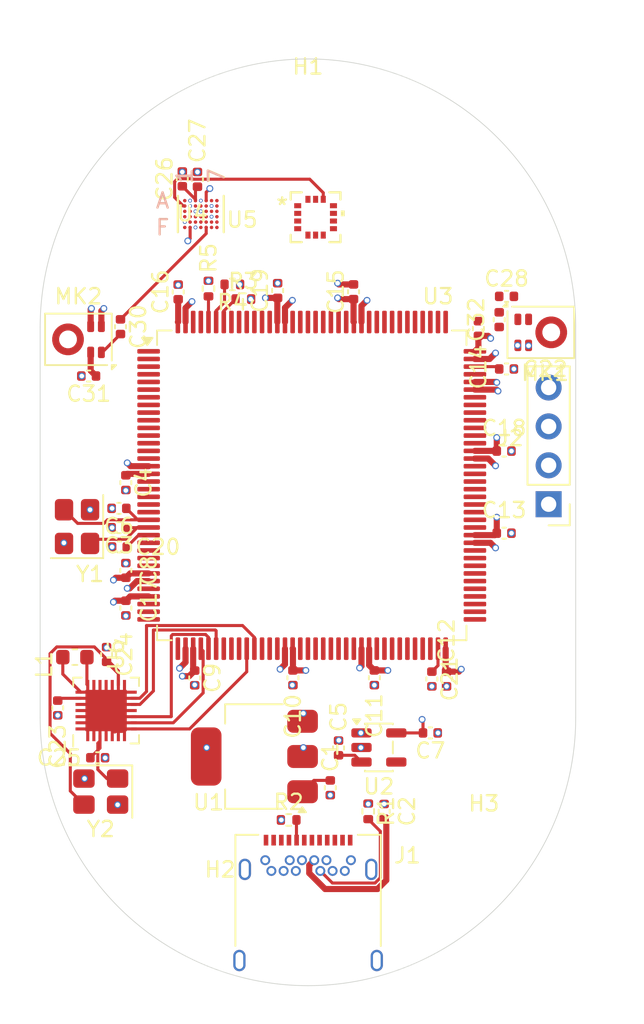
<source format=kicad_pcb>
(kicad_pcb (version 20241229) (generator "pcbnew") (generator_version "9.0")
  (layers (0 "F.Cu" signal) (4 "In1.Cu" signal) (6 "In2.Cu" signal) (8 "In3.Cu" signal) (10 "In4.Cu" signal) (2 "B.Cu" signal) (13 "F.Paste" user) (15 "B.Paste" user) (5 "F.SilkS" user "F.Silkscreen") (7 "B.SilkS" user "B.Silkscreen") (1 "F.Mask" user) (3 "B.Mask" user) (25 "Edge.Cuts" user))
  (net 0 "")
  (net 2 "+5V")
  (net 5 "Net-(J1-GND-PadA1)")
  (net 10 "Net-(U1-VI)")
  (net 11 "GND")
  (net 13 "Net-(U3-PH1)")
  (net 14 "Net-(U2-EN)")
  (net 19 "Net-(U3-PH0)")
  (net 20 "+1V8")
  (net 21 "Net-(U3-NRST)")
  (net 22 "Net-(C21-Pad1)")
  (net 23 "Net-(C22-Pad1)")
  (net 24 "Net-(U6-AVDD_1V)")
  (net 25 "Net-(U6-XTAL_CLK)")
  (net 26 "Net-(U6-XTAL_C1)")
  (net 27 "Net-(U5-DVDD)")
  (net 28 "Net-(J1-CC2)")
  (net 29 "Net-(J1-CC1)")
  (net 30 "/SWDIO")
  (net 31 "/SWCLK")
  (net 32 "Net-(U6-REG_OUT)")
  (net 33 "Net-(U3-BOOT0)")
  (net 34 "/I2C_SCL")
  (net 35 "/I2C_SDA")
  (net 39 "/SYS_MCLK")
  (net 48 "/UWB_RST")
  (net 51 "/CPU_TO_DSP")
  (net 66 "/UWB_IRQ")
  (net 72 "/UWB_CS")
  (net 90 "/SAI_BCLK")
  (net 101 "/UWB_MISO")
  (net 106 "/DSP_TO_CPU")
  (net 108 "/ACC_CS")
  (net 118 "/UWB_SCK")
  (net 121 "/UWB_MOSI")
  (net 134 "/SAI_FS")
  (net 146 "/VIB_DATA")
  (net 185 "/MIC2")
  (net 187 "/MIC2_RAW")
  (net 188 "/MIC1")
  (net 189 "/MIC1_RAW")
  (net 192 "+3.3V")
  (footprint "ANC_Parts:ADXL382_Ultralib" (layer "F.Cu") (at 34.000001 28.3316)
    (property "Reference" "U4")
    (property "Value" "ADXL382-1BCCZ-RL")
  )
  (footprint "Inductor_SMD:L_0603_1608Metric" (layer "F.Cu") (at 18.2675 57.0525)
    (property "Reference" "L1")
    (property "Value" "180nH")
  )
  (footprint "Crystal:Crystal_SMD_3225-4Pin_3.2x2.5mm" (layer "F.Cu") (at 19.96 65.83 180)
    (property "Reference" "Y2")
    (property "Value" "32.768 kHz")
  )
  (footprint "Capacitor_SMD:C_0402_1005Metric" (layer "F.Cu") (at 46.32 43.6)
    (property "Reference" "C18")
    (property "Value" "0.1uF")
  )
  (footprint "Package_QFP:LQFP-144_20x20mm_P0.5mm" (layer "F.Cu") (at 33.75 45.8375)
    (property "Reference" "U3")
    (property "Value" "STM32H753ZITx")
  )
  (footprint "Capacitor_SMD:C_0402_1005Metric" (layer "F.Cu") (at 35.5 62.98 90)
    (property "Reference" "C5")
    (property "Value" "10uF")
  )
  (footprint "Capacitor_SMD:C_0402_1005Metric" (layer "F.Cu") (at 46 35.02 -90)
    (property "Reference" "C32")
    (property "Value" "1uF")
  )
  (footprint "Capacitor_SMD:C_0402_1005Metric" (layer "F.Cu") (at 26.28 25.86 90)
    (property "Reference" "C27")
    (property "Value" "0.1uF")
  )
  (footprint "Sensor_Audio:Infineon_PG-LLGA-5-2" (layer "F.Cu") (at 48.72 35.85)
    (property "Reference" "MK1")
    (property "Value" "IM73A135V01")
  )
  (footprint "Resistor_SMD:R_0402_1005Metric" (layer "F.Cu") (at 37.44 67.12 -90)
    (property "Reference" "R1")
    (property "Value" "5.1k")
  )
  (footprint "Capacitor_SMD:C_0402_1005Metric" (layer "F.Cu") (at 41.5 62 180)
    (property "Reference" "C7")
    (property "Value" "10uF")
  )
  (footprint "ANC_Parts:Spark_SR1020_QFN28" (layer "F.Cu") (at 20.31 60.54 90)
    (property "Reference" "U6")
    (property "Value" "~" (hide yes))
  )
  (footprint "ANC_Parts:ADAU1787_Ultralib" (layer "F.Cu") (at 26.5 28.125)
    (property "Reference" "U5")
    (property "Value" "ADAU1787BCBZRL")
  )
  (footprint "Capacitor_SMD:C_0402_1005Metric" (layer "F.Cu") (at 44.64 35.6 90)
    (property "Reference" "C14")
    (property "Value" "0.1uF")
  )
  (footprint "Connector_PinHeader_2.54mm:PinHeader_1x04_P2.54mm_Vertical" (layer "F.Cu") (at 49.23 47.07 180)
    (property "Reference" "J2")
    (property "Value" "Conn_01x04_Pin")
  )
  (footprint "MountingHole:MountingHole_2.2mm_M2" (layer "F.Cu") (at 33.5 20.5)
    (property "Reference" "H1")
    (property "Value" "MountingHole")
  )
  (footprint "Capacitor_SMD:C_0402_1005Metric" (layer "F.Cu") (at 21.25 35.48 -90)
    (property "Reference" "C30")
    (property "Value" "1uF")
  )
  (footprint "Package_TO_SOT_SMD:SOT-223-3_TabPin2" (layer "F.Cu") (at 30 63.54 180)
    (property "Reference" "U1")
    (property "Value" "AP7361C-33E")
  )
  (footprint "Capacitor_SMD:C_0402_1005Metric" (layer "F.Cu") (at 32.52 58.4 -90)
    (property "Reference" "C10")
    (property "Value" "0.1uF")
  )
  (footprint "Capacitor_SMD:C_0402_1005Metric" (layer "F.Cu") (at 17.1475 60.37 -90)
    (property "Reference" "C23")
    (property "Value" "1uF")
  )
  (footprint "Resistor_SMD:R_0402_1005Metric" (layer "F.Cu") (at 32.24 67.68)
    (property "Reference" "R2")
    (property "Value" "5.1k")
  )
  (footprint "Sensor_Audio:Infineon_PG-LLGA-5-2" (layer "F.Cu") (at 18.5 36.307 180)
    (property "Reference" "MK2")
    (property "Value" "IM73A135V01")
  )
  (footprint "MountingHole:MountingHole_2.2mm_M2" (layer "F.Cu") (at 45 70.11)
    (property "Reference" "H3")
    (property "Value" "MountingHole" (hide yes))
  )
  (footprint "Capacitor_SMD:C_0402_1005Metric" (layer "F.Cu") (at 34.96 65.58 -90)
    (property "Reference" "C1")
    (property "Value" "10uF")
  )
  (footprint "Package_TO_SOT_SMD:SOT-23-5" (layer "F.Cu") (at 38.1375 62.95)
    (property "Reference" "U2")
    (property "Value" "AP2112K-1.8" (hide yes))
  )
  (footprint "Capacitor_SMD:C_0402_1005Metric" (layer "F.Cu") (at 26.1 58.41 -90)
    (property "Reference" "C9")
    (property "Value" "0.1uF")
  )
  (footprint "Capacitor_SMD:C_0402_1005Metric" (layer "F.Cu") (at 41.6 58.48 -90)
    (property "Reference" "C21")
    (property "Value" "2.2uF")
  )
  (footprint "Capacitor_SMD:C_0402_1005Metric" (layer "F.Cu") (at 46.48 38.24)
    (property "Reference" "C22")
    (property "Value" "2.2uF")
  )
  (footprint "Resistor_SMD:R_0402_1005Metric" (layer "F.Cu") (at 29.28 33.68)
    (property "Reference" "R3")
    (property "Value" "10k")
  )
  (footprint "Capacitor_SMD:C_0402_1005Metric" (layer "F.Cu") (at 19.76 63.62 180)
    (property "Reference" "C25")
    (property "Value" "10pF")
  )
  (footprint "Capacitor_SMD:C_0402_1005Metric" (layer "F.Cu") (at 25.29 25.83 90)
    (property "Reference" "C26")
    (property "Value" "1uF")
  )
  (footprint "Capacitor_SMD:C_0402_1005Metric" (layer "F.Cu") (at 19.17 38.7 180)
    (property "Reference" "C31")
    (property "Value" "0.1uF")
  )
  (footprint "Capacitor_SMD:C_0402_1005Metric" (layer "F.Cu") (at 21.6 53.85 -90)
    (property "Reference" "C17")
    (property "Value" "0.1uF")
  )
  (footprint "Capacitor_SMD:C_0402_1005Metric" (layer "F.Cu") (at 36.48 33.2 90)
    (property "Reference" "C15")
    (property "Value" "0.1uF")
  )
  (footprint "MountingHole:MountingHole_2.2mm_M2" (layer "F.Cu") (at 23.76 70.92)
    (property "Reference" "H2")
    (property "Value" "MountingHole" (hide yes))
  )
  (footprint "Crystal:Crystal_SMD_3225-4Pin_3.2x2.5mm" (layer "F.Cu") (at 18.41 48.53 90)
    (property "Reference" "Y1")
    (property "Value" "Crystal_GND24")
  )
  (footprint "Resistor_SMD:R_0402_1005Metric" (layer "F.Cu") (at 28.56 32.72 180)
    (property "Reference" "R4")
    (property "Value" "2.2kΩ")
  )
  (footprint "Capacitor_SMD:C_0402_1005Metric" (layer "F.Cu") (at 21.18 49.86 180)
    (property "Reference" "C20")
    (property "Value" "0.1uF")
  )
  (footprint "Capacitor_SMD:C_0402_1005Metric" (layer "F.Cu") (at 21.6 51.39 90)
    (property "Reference" "C8")
    (property "Value" "0.1uF")
  )
  (footprint "Capacitor_SMD:C_0402_1005Metric" (layer "F.Cu") (at 21.15 48.6 180)
    (property "Reference" "C3")
    (property "Value" "10pF")
  )
  (footprint "Resistor_SMD:R_0402_1005Metric" (layer "F.Cu") (at 27 32.99 -90)
    (property "Reference" "R5")
    (property "Value" "2.2kΩ")
  )
  (footprint "Capacitor_SMD:C_0402_1005Metric" (layer "F.Cu") (at 21.15 47.34 180)
    (property "Reference" "C6")
    (property "Value" "10pF")
  )
  (footprint "Capacitor_SMD:C_0402_1005Metric" (layer "F.Cu") (at 37.84 58.4 -90)
    (property "Reference" "C11")
    (property "Value" "0.1uF")
  )
  (footprint "Capacitor_SMD:C_0402_1005Metric" (layer "F.Cu") (at 21.6 45.66 -90)
    (property "Reference" "C4")
    (property "Value" "0.1uF")
  )
  (footprint "Capacitor_SMD:C_0402_1005Metric" (layer "F.Cu") (at 46.48 33.5)
    (property "Reference" "C28")
    (property "Value" "0.1uF")
  )
  (footprint "Capacitor_SMD:C_0402_1005Metric" (layer "F.Cu") (at 42.56 58.48 -90)
    (property "Reference" "C12")
    (property "Value" "0.1uF")
  )
  (footprint "Capacitor_SMD:C_0402_1005Metric" (layer "F.Cu") (at 46.32 48.96)
    (property "Reference" "C13")
    (property "Value" "0.1uF")
  )
  (footprint "Capacitor_SMD:C_0402_1005Metric" (layer "F.Cu") (at 38.48 67.12 -90)
    (property "Reference" "C2")
    (property "Value" "10uF")
  )
  (footprint "Connector_USB:USB_C_Receptacle_Amphenol_12401548E4-2A" (layer "F.Cu") (at 33.51 74.02)
    (property "Reference" "J1")
    (property "Value" "USB_C_Receptacle")
  )
  (footprint "Capacitor_SMD:C_0402_1005Metric" (layer "F.Cu") (at 20.34 56.88 -90)
    (property "Reference" "C24")
    (property "Value" "10pF")
  )
  (footprint "Capacitor_SMD:C_0402_1005Metric" (layer "F.Cu") (at 31.52 33.12 90)
    (property "Reference" "C19")
    (property "Value" "0.1uF")
  )
  (footprint "Capacitor_SMD:C_0402_1005Metric" (layer "F.Cu") (at 25.02 33.21 90)
    (property "Reference" "C16")
    (property "Value" "0.1uF")
  )
  (gr_arc (start 33.5 78.5) (mid 21.125631 73.374369) (end 16 61) (stroke (width 0.05)) (layer "Edge.Cuts"))
  (gr_arc (start 16 35.5) (mid 21.125631 23.125631) (end 33.5 18) (stroke (width 0.05)) (layer "Edge.Cuts"))
  (gr_arc (start 51 61) (mid 45.874369 73.374369) (end 33.5 78.5) (stroke (width 0.05)) (layer "Edge.Cuts"))
  (gr_line (start 16 61) (end 16 35.5) (stroke (width 0.05)) (layer "Edge.Cuts"))
  (gr_arc (start 33.5 18) (mid 45.874369 23.125631) (end 51 35.5) (stroke (width 0.05)) (layer "Edge.Cuts"))
  (gr_line (start 51 35.5) (end 51 61) (stroke (width 0.05)) (layer "Edge.Cuts"))
  (segment (start 20.918803 61.901) (end 21.35 61.901) (width 0.2) (layer "F.Cu") (net 0))
  (segment (start 20.88 61.94) (end 20.88 61.939803) (width 0.2) (layer "F.Cu") (net 0))
  (segment (start 20.88 61.939803) (end 20.918803 61.901) (width 0.2) (layer "F.Cu") (net 0))
  (via (at 34.96 66.06) (size 0.45) (drill 0.3) (layers "F.Cu" "B.Cu") (net 2))
  (segment (start 33.89 65.1) (end 33.15 65.84) (width 0.2) (layer "F.Cu") (net 10))
  (segment (start 34.96 65.1) (end 33.89 65.1) (width 0.2) (layer "F.Cu") (net 10))
  (segment (start 23.0875 52.0875) (end 22.330318 52.0875) (width 0.4) (layer "F.Cu") (net 11))
  (segment (start 37 56.5) (end 37 57.64) (width 0.4) (layer "F.Cu") (net 11))
  (segment (start 25.5 56.5) (end 25.5 57.39) (width 0.4) (layer "F.Cu") (net 11))
  (segment (start 17.56 49.6) (end 17.55 49.59) (width 0.4) (layer "F.Cu") (net 11))
  (segment (start 32 34.24) (end 32.48 33.76) (width 0.4) (layer "F.Cu") (net 11))
  (segment (start 47.22 36.7) (end 47.2 36.7) (width 0.2) (layer "F.Cu") (net 11))
  (segment (start 47.92 36.7) (end 47.92 36.72) (width 0.4) (layer "F.Cu") (net 11))
  (segment (start 21.6 54.33) (end 21.6 54.36) (width 0.4) (layer "F.Cu") (net 11))
  (segment (start 35.52 32.72) (end 35.44 32.64) (width 0.4) (layer "F.Cu") (net 11))
  (segment (start 21.857818 52.56) (end 21.69 52.56) (width 0.4) (layer "F.Cu") (net 11))
  (segment (start 20.67 47.34) (end 20.7 47.34) (width 0.4) (layer "F.Cu") (net 11))
  (segment (start 26.85 63) (end 26.85 62.99) (width 0.4) (layer "F.Cu") (net 11))
  (segment (start 25.29 25.35) (end 25.29 25.38) (width 0.4) (layer "F.Cu") (net 11))
  (segment (start 32 35.175) (end 32 34.24) (width 0.4) (layer "F.Cu") (net 11))
  (segment (start 33.15 63) (end 33.16 63) (width 0.4) (layer "F.Cu") (net 11))
  (segment (start 26.1 58.89) (end 26.1 58.86) (width 0.4) (layer "F.Cu") (net 11))
  (segment (start 20.34 56.4) (end 20.34 56.43) (width 0.4) (layer "F.Cu") (net 11))
  (segment (start 37.44 66.61) (end 37.44 66.64) (width 0.4) (layer "F.Cu") (net 11))
  (segment (start 37 62.95) (end 36.97 62.95) (width 0.4) (layer "F.Cu") (net 11))
  (segment (start 44.4125 49.5875) (end 45.4275 49.5875) (width 0.4) (layer "F.Cu") (net 11))
  (segment (start 26.85 62.99) (end 26.88 62.96) (width 0.4) (layer "F.Cu") (net 11))
  (segment (start 18.69 38.7) (end 18.72 38.7) (width 0.4) (layer "F.Cu") (net 11))
  (segment (start 21.9075 44.5875) (end 21.69 44.37) (width 0.4) (layer "F.Cu") (net 11))
  (segment (start 32 56.5) (end 32 57.52) (width 0.4) (layer "F.Cu") (net 11))
  (segment (start 29.79 33.68) (end 29.76 33.68) (width 0.4) (layer "F.Cu") (net 11))
  (segment (start 37 34.12) (end 37.36 33.76) (width 0.4) (layer "F.Cu") (net 11))
  (segment (start 25.02 32.73) (end 25.02 32.76) (width 0.4) (layer "F.Cu") (net 11))
  (segment (start 32.52 58.88) (end 32.48 58.88) (width 0.4) (layer "F.Cu") (net 11))
  (segment (start 20.24 63.62) (end 20.25 63.63) (width 0.4) (layer "F.Cu") (net 11))
  (segment (start 20 34.45) (end 20.16 34.29) (width 0.4) (layer "F.Cu") (net 11))
  (segment (start 18.86 64.98) (end 18.9 64.98) (width 0.4) (layer "F.Cu") (net 11))
  (segment (start 22.330318 52.0875) (end 21.857818 52.56) (width 0.4) (layer "F.Cu") (net 11))
  (segment (start 37 35.175) (end 37 34.12) (width 0.4) (layer "F.Cu") (net 11))
  (segment (start 44.4125 37.5875) (end 45.3725 37.5875) (width 0.4) (layer "F.Cu") (net 11))
  (segment (start 21.6 50.91) (end 21.6 50.94) (width 0.4) (layer "F.Cu") (net 11))
  (segment (start 23.0875 44.5875) (end 21.9075 44.5875) (width 0.4) (layer "F.Cu") (net 11))
  (segment (start 19.3 35.457) (end 19.3 34.34) (width 0.4) (layer "F.Cu") (net 11))
  (segment (start 21.6 46.14) (end 21.6 46.17) (width 0.4) (layer "F.Cu") (net 11))
  (segment (start 17.56 49.63) (end 17.56 49.6) (width 0.4) (layer "F.Cu") (net 11))
  (segment (start 25.5 57.39) (end 25.11 57.78) (width 0.4) (layer "F.Cu") (net 11))
  (segment (start 44.4125 44.0875) (end 45.2875 44.0875) (width 0.4) (layer "F.Cu") (net 11))
  (segment (start 19.3 34.34) (end 19.35 34.29) (width 0.4) (layer "F.Cu") (net 11))
  (segment (start 32 57.52) (end 31.68 57.84) (width 0.4) (layer "F.Cu") (net 11))
  (segment (start 31.73 67.68) (end 31.76 67.68) (width 0.4) (layer "F.Cu") (net 11))
  (segment (start 45.4275 49.5875) (end 45.76 49.92) (width 0.4) (layer "F.Cu") (net 11))
  (segment (start 45.2875 44.0875) (end 45.76 44.56) (width 0.4) (layer "F.Cu") (net 11))
  (segment (start 41.98 62) (end 42 62) (width 0.4) (layer "F.Cu") (net 11))
  (segment (start 36.97 62.95) (end 36.96 62.96) (width 0.4) (layer "F.Cu") (net 11))
  (segment (start 21.06 66.68) (end 21.06 66.69) (width 0.4) (layer "F.Cu") (net 11))
  (segment (start 20 35.457) (end 20 34.45) (width 0.4) (layer "F.Cu") (net 11))
  (segment (start 36.48 32.72) (end 35.52 32.72) (width 0.4) (layer "F.Cu") (net 11))
  (segment (start 45.3725 37.5875) (end 45.76 37.2) (width 0.4) (layer "F.Cu") (net 11))
  (segment (start 33.16 63) (end 33.2 62.96) (width 0.4) (layer "F.Cu") (net 11))
  (segment (start 20.67 48.6) (end 20.7 48.6) (width 0.4) (layer "F.Cu") (net 11))
  (segment (start 37 57.64) (end 36.88 57.76) (width 0.4) (layer "F.Cu") (net 11))
  (via (at 21.69 44.37) (size 0.45) (drill 0.3) (layers "F.Cu" "B.Cu") (net 11))
  (via (at 45.76 49.92) (size 0.45) (drill 0.3) (layers "F.Cu" "B.Cu") (net 11))
  (via (at 18.9 64.98) (size 0.45) (drill 0.3) (layers "F.Cu" "B.Cu") (net 11))
  (via (at 31.76 67.68) (size 0.45) (drill 0.3) (layers "F.Cu" "B.Cu") (net 11))
  (via (at 20.16 34.29) (size 0.45) (drill 0.3) (layers "F.Cu" "B.Cu") (net 11))
  (via (at 26.28 25.38) (size 0.45) (drill 0.3) (layers "F.Cu" "B.Cu") (net 11))
  (via (at 19.26 47.43) (size 0.45) (drill 0.3) (layers "F.Cu" "B.Cu") (net 11))
  (via (at 25.29 25.38) (size 0.45) (drill 0.3) (layers "F.Cu" "B.Cu") (net 11))
  (via (at 17.1475 60.85) (size 0.45) (drill 0.3) (layers "F.Cu" "B.Cu") (net 11))
  (via (at 46.8 48.96) (size 0.45) (drill 0.3) (layers "F.Cu" "B.Cu") (net 11))
  (via (at 42 62) (size 0.45) (drill 0.3) (layers "F.Cu" "B.Cu") (net 11))
  (via (at 41.6 58.96) (size 0.45) (drill 0.3) (layers "F.Cu" "B.Cu") (net 11))
  (via (at 33.2 62.96) (size 0.45) (drill 0.3) (layers "F.Cu" "B.Cu") (net 11))
  (via (at 21.6 50.94) (size 0.45) (drill 0.3) (layers "F.Cu" "B.Cu") (net 11))
  (via (at 26.1 58.86) (size 0.45) (drill 0.3) (layers "F.Cu" "B.Cu") (net 11))
  (via (at 21.06 66.69) (size 0.45) (drill 0.3) (layers "F.Cu" "B.Cu") (net 11))
  (via (at 37.84 58.88) (size 0.45) (drill 0.3) (layers "F.Cu" "B.Cu") (net 11))
  (via (at 20.7 47.34) (size 0.45) (drill 0.3) (layers "F.Cu" "B.Cu") (net 11))
  (via (at 36.88 57.76) (size 0.45) (drill 0.3) (layers "F.Cu" "B.Cu") (net 11))
  (via (at 20.7 48.6) (size 0.45) (drill 0.3) (layers "F.Cu" "B.Cu") (net 11))
  (via (at 21.6 54.36) (size 0.45) (drill 0.3) (layers "F.Cu" "B.Cu") (net 11))
  (via (at 25.02 32.76) (size 0.45) (drill 0.3) (layers "F.Cu" "B.Cu") (net 11))
  (via (at 31.68 57.84) (size 0.45) (drill 0.3) (layers "F.Cu" "B.Cu") (net 11))
  (via (at 17.55 49.59) (size 0.45) (drill 0.3) (layers "F.Cu" "B.Cu") (net 11))
  (via (at 38.48 66.64) (size 0.45) (drill 0.3) (layers "F.Cu" "B.Cu") (net 11))
  (via (at 21.6 46.17) (size 0.45) (drill 0.3) (layers "F.Cu" "B.Cu") (net 11))
  (via (at 42.56 58.96) (size 0.45) (drill 0.3) (layers "F.Cu" "B.Cu") (net 11))
  (via (at 25.11 57.78) (size 0.45) (drill 0.3) (layers "F.Cu" "B.Cu") (net 11))
  (via (at 35.44 32.64) (size 0.45) (drill 0.3) (layers "F.Cu" "B.Cu") (net 11))
  (via (at 45.76 44.56) (size 0.45) (drill 0.3) (layers "F.Cu" "B.Cu") (net 11))
  (via (at 36.96 62.96) (size 0.45) (drill 0.3) (layers "F.Cu" "B.Cu") (net 11))
  (via (at 26.88 62.96) (size 0.45) (drill 0.3) (layers "F.Cu" "B.Cu") (net 11))
  (via (at 29.76 33.68) (size 0.45) (drill 0.3) (layers "F.Cu" "B.Cu") (net 11))
  (via (at 20.7 49.86) (size 0.45) (drill 0.3) (layers "F.Cu" "B.Cu") (net 11))
  (via (at 47.2 36.7) (size 0.45) (drill 0.3) (layers "F.Cu" "B.Cu") (net 11))
  (via (at 20.34 56.43) (size 0.45) (drill 0.3) (layers "F.Cu" "B.Cu") (net 11))
  (via (at 47.92 36.72) (size 0.45) (drill 0.3) (layers "F.Cu" "B.Cu") (net 11))
  (via (at 20.25 63.63) (size 0.45) (drill 0.3) (layers "F.Cu" "B.Cu") (net 11))
  (via (at 37.44 66.64) (size 0.45) (drill 0.3) (layers "F.Cu" "B.Cu") (net 11))
  (via (at 19.35 34.29) (size 0.45) (drill 0.3) (layers "F.Cu" "B.Cu") (net 11))
  (via (at 18.72 38.7) (size 0.45) (drill 0.3) (layers "F.Cu" "B.Cu") (net 11))
  (via (at 46.8 43.6) (size 0.45) (drill 0.3) (layers "F.Cu" "B.Cu") (net 11))
  (via (at 32.48 33.76) (size 0.45) (drill 0.3) (layers "F.Cu" "B.Cu") (net 11))
  (via (at 32.48 58.88) (size 0.45) (drill 0.3) (layers "F.Cu" "B.Cu") (net 11))
  (via (at 37.36 33.76) (size 0.45) (drill 0.3) (layers "F.Cu" "B.Cu") (net 11))
  (via (at 21.69 52.56) (size 0.45) (drill 0.3) (layers "F.Cu" "B.Cu") (net 11))
  (via (at 46.96 38.24) (size 0.45) (drill 0.3) (layers "F.Cu" "B.Cu") (net 11))
  (via (at 31.52 32.64) (size 0.45) (drill 0.3) (layers "F.Cu" "B.Cu") (net 11))
  (via (at 45.76 37.2) (size 0.45) (drill 0.3) (layers "F.Cu" "B.Cu") (net 11))
  (segment (start 22.350001 48.5875) (end 23.0875 48.5875) (width 0.2) (layer "F.Cu") (net 13))
  (segment (start 23.075 48.6) (end 23.0875 48.5875) (width 0.2) (layer "F.Cu") (net 13))
  (segment (start 21.63 48.6) (end 23.075 48.6) (width 0.2) (layer "F.Cu") (net 13))
  (segment (start 19.531 49.359) (end 21.578501 49.359) (width 0.2) (layer "F.Cu") (net 13))
  (segment (start 21.578501 49.359) (end 22.350001 48.5875) (width 0.2) (layer "F.Cu") (net 13))
  (segment (start 19.26 49.63) (end 19.531 49.359) (width 0.2) (layer "F.Cu") (net 13))
  (segment (start 35.5 63.46) (end 36.56 63.46) (width 0.2) (layer "F.Cu") (net 14))
  (segment (start 36.56 63.46) (end 37 63.9) (width 0.2) (layer "F.Cu") (net 14))
  (segment (start 18.451 48.321) (end 20.167016 48.321) (width 0.2) (layer "F.Cu") (net 19))
  (segment (start 22.3775 48.0875) (end 23.0875 48.0875) (width 0.2) (layer "F.Cu") (net 19))
  (segment (start 21.63 47.34) (end 22.3775 48.0875) (width 0.2) (layer "F.Cu") (net 19))
  (segment (start 20.167016 48.321) (end 20.400516 48.0875) (width 0.2) (layer "F.Cu") (net 19))
  (segment (start 20.400516 48.0875) (end 23.0875 48.0875) (width 0.2) (layer "F.Cu") (net 19))
  (segment (start 17.56 47.43) (end 18.451 48.321) (width 0.2) (layer "F.Cu") (net 19))
  (segment (start 25.8 29.73) (end 25.65 29.88) (width 0.2) (layer "F.Cu") (net 20))
  (segment (start 41.02 62) (end 41.02 61.18) (width 0.2) (layer "F.Cu") (net 20))
  (segment (start 25.8 29) (end 25.8 29.73) (width 0.2) (layer "F.Cu") (net 20))
  (segment (start 39.275 62) (end 41.02 62) (width 0.2) (layer "F.Cu") (net 20))
  (segment (start 26.85 26.7) (end 27.09 26.46) (width 0.2) (layer "F.Cu") (net 20))
  (segment (start 26.85 27.25) (end 26.85 26.7) (width 0.2) (layer "F.Cu") (net 20))
  (segment (start 41.02 61.18) (end 40.96 61.12) (width 0.2) (layer "F.Cu") (net 20))
  (via (at 40.96 61.12) (size 0.45) (drill 0.3) (layers "F.Cu" "B.Cu") (net 20))
  (via (at 25.65 29.88) (size 0.45) (drill 0.3) (layers "F.Cu" "B.Cu") (net 20))
  (via (at 27.09 26.46) (size 0.45) (drill 0.3) (layers "F.Cu" "B.Cu") (net 20))
  (segment (start 22.4325 49.0875) (end 23.0875 49.0875) (width 0.2) (layer "F.Cu") (net 21))
  (segment (start 21.66 49.86) (end 22.4325 49.0875) (width 0.2) (layer "F.Cu") (net 21))
  (segment (start 42 57.6) (end 41.6 58) (width 0.2) (layer "F.Cu") (net 22))
  (segment (start 42 56.5) (end 42 57.6) (width 0.2) (layer "F.Cu") (net 22))
  (segment (start 45.8475 38.0875) (end 46 38.24) (width 0.2) (layer "F.Cu") (net 23))
  (segment (start 44.4125 38.0875) (end 45.8475 38.0875) (width 0.2) (layer "F.Cu") (net 23))
  (segment (start 17.1475 59.89) (end 17.2975 59.74) (width 0.2) (layer "F.Cu") (net 24))
  (segment (start 17.2975 59.74) (end 18.66 59.74) (width 0.2) (layer "F.Cu") (net 24))
  (segment (start 17.48 57.0525) (end 17.48 58.16) (width 0.2) (layer "F.Cu") (net 24))
  (segment (start 17.48 58.16) (end 18.66 59.34) (width 0.2) (layer "F.Cu") (net 24))
  (segment (start 17.085464 56.3865) (end 19.544516 56.3865) (width 0.2) (layer "F.Cu") (net 25))
  (segment (start 19.544516 56.3865) (end 21.11 57.951984) (width 0.2) (layer "F.Cu") (net 25))
  (segment (start 18.62 66.68) (end 18.27 66.33) (width 0.2) (layer "F.Cu") (net 25))
  (segment (start 20.34 57.36) (end 21.11 58.13) (width 0.2) (layer "F.Cu") (net 25))
  (segment (start 21.11 58.13) (end 21.11 58.89) (width 0.2) (layer "F.Cu") (net 25))
  (segment (start 17.969 65.789) (end 17.969 63.346661) (width 0.2) (layer "F.Cu") (net 25))
  (segment (start 18.86 66.68) (end 17.969 65.789) (width 0.2) (layer "F.Cu") (net 25))
  (segment (start 21.11 57.951984) (end 21.11 58.89) (width 0.2) (layer "F.Cu") (net 25))
  (segment (start 16.6465 62.024161) (end 16.6465 56.825464) (width 0.2) (layer "F.Cu") (net 25))
  (segment (start 17.969 63.346661) (end 16.6465 62.024161) (width 0.2) (layer "F.Cu") (net 25))
  (segment (start 16.6465 56.825464) (end 17.085464 56.3865) (width 0.2) (layer "F.Cu") (net 25))
  (segment (start 18.86 66.68) (end 18.62 66.68) (width 0.2) (layer "F.Cu") (net 25))
  (segment (start 20.36 64.98) (end 19.769 64.389) (width 0.2) (layer "F.Cu") (net 26))
  (segment (start 19.769 64.389) (end 19.769 62.672) (width 0.2) (layer "F.Cu") (net 26))
  (segment (start 19.769 62.672) (end 19.91 62.531) (width 0.2) (layer "F.Cu") (net 26))
  (segment (start 19.91 62.99) (end 19.91 62.19) (width 0.2) (layer "F.Cu") (net 26))
  (segment (start 19.91 62.531) (end 19.91 62.19) (width 0.2) (layer "F.Cu") (net 26))
  (segment (start 21.06 64.98) (end 20.36 64.98) (width 0.2) (layer "F.Cu") (net 26))
  (segment (start 19.28 63.62) (end 19.91 62.99) (width 0.2) (layer "F.Cu") (net 26))
  (segment (start 26.15 27.17) (end 26.15 27.25) (width 0.2) (layer "F.Cu") (net 27))
  (segment (start 26.28 26.34) (end 26.15 26.47) (width 0.2) (layer "F.Cu") (net 27))
  (segment (start 26.15 26.47) (end 26.15 27.25) (width 0.2) (layer "F.Cu") (net 27))
  (segment (start 25.29 26.31) (end 26.15 27.17) (width 0.2) (layer "F.Cu") (net 27))
  (segment (start 38.231 68.421) (end 38.231 71.4548) (width 0.2) (layer "F.Cu") (net 28))
  (segment (start 38.231 71.4548) (end 37.8848 71.801) (width 0.2) (layer "F.Cu") (net 28))
  (segment (start 37.44 67.63) (end 38.231 68.421) (width 0.2) (layer "F.Cu") (net 28))
  (segment (start 35.101 71.801) (end 34.31 71.01) (width 0.2) (layer "F.Cu") (net 28))
  (segment (start 37.8848 71.801) (end 35.101 71.801) (width 0.2) (layer "F.Cu") (net 28))
  (segment (start 32.75 68.99) (end 32.76 69) (width 0.2) (layer "F.Cu") (net 29))
  (segment (start 32.75 67.68) (end 32.75 68.99) (width 0.2) (layer "F.Cu") (net 29))
  (segment (start 19.055 58.835) (end 19.11 58.89) (width 0.2) (layer "F.Cu") (net 32))
  (segment (start 19.055 57.0525) (end 19.055 58.835) (width 0.2) (layer "F.Cu") (net 32))
  (segment (start 28 34.45) (end 28 35.175) (width 0.2) (layer "F.Cu") (net 33))
  (segment (start 28.77 33.68) (end 28 34.45) (width 0.2) (layer "F.Cu") (net 33))
  (segment (start 28.05 33.887501) (end 27.5 34.437501) (width 0.2) (layer "F.Cu") (net 34))
  (segment (start 28.05 32.72) (end 28.05 33.887501) (width 0.2) (layer "F.Cu") (net 34))
  (segment (start 27.5 34.437501) (end 27.5 35.175) (width 0.2) (layer "F.Cu") (net 34))
  (segment (start 27 35.175) (end 27 33.5) (width 0.2) (layer "F.Cu") (net 35))
  (segment (start 30 55.762501) (end 30 56.5) (width 0.2) (layer "F.Cu") (net 48))
  (segment (start 22.95 54.99) (end 29.227499 54.99) (width 0.2) (layer "F.Cu") (net 48))
  (segment (start 21.96 59.74) (end 22.51 59.74) (width 0.2) (layer "F.Cu") (net 48))
  (segment (start 29.227499 54.99) (end 30 55.762501) (width 0.2) (layer "F.Cu") (net 48))
  (segment (start 22.51 59.74) (end 22.95 59.3) (width 0.2) (layer "F.Cu") (net 48))
  (segment (start 22.95 59.3) (end 22.95 54.99) (width 0.2) (layer "F.Cu") (net 48))
  (segment (start 25.765508 61.74) (end 29.5 58.005508) (width 0.2) (layer "F.Cu") (net 66))
  (segment (start 29.5 58.005508) (end 29.5 56.5) (width 0.2) (layer "F.Cu") (net 66))
  (segment (start 21.96 61.74) (end 25.765508 61.74) (width 0.2) (layer "F.Cu") (net 66))
  (segment (start 21.96 61.34) (end 24.7 61.34) (width 0.2) (layer "F.Cu") (net 72))
  (segment (start 26.65 59.39) (end 26.65 56.65) (width 0.2) (layer "F.Cu") (net 72))
  (segment (start 24.7 61.34) (end 26.65 59.39) (width 0.2) (layer "F.Cu") (net 72))
  (segment (start 26.65 56.65) (end 26.5 56.5) (width 0.2) (layer "F.Cu") (net 72))
  (segment (start 23.4 55.281) (end 27.45 55.281) (width 0.2) (layer "F.Cu") (net 101))
  (segment (start 22.521536 60.14) (end 23.4 59.261536) (width 0.2) (layer "F.Cu") (net 101))
  (segment (start 21.96 60.14) (end 22.521536 60.14) (width 0.2) (layer "F.Cu") (net 101))
  (segment (start 27.45 55.281) (end 27.5 55.331) (width 0.2) (layer "F.Cu") (net 101))
  (segment (start 27.5 55.331) (end 27.5 56.5) (width 0.2) (layer "F.Cu") (net 101))
  (segment (start 23.4 59.261536) (end 23.4 55.281) (width 0.2) (layer "F.Cu") (net 101))
  (segment (start 23.0975 37.5875) (end 23.13 37.62) (width 0.2) (layer "F.Cu") (net 106))
  (segment (start 23.0875 37.5875) (end 23.0975 37.5875) (width 0.2) (layer "F.Cu") (net 106))
  (segment (start 24.57 55.662) (end 24.66 55.572) (width 0.2) (layer "F.Cu") (net 118))
  (segment (start 27 55.762501) (end 27 56.5) (width 0.2) (layer "F.Cu") (net 118))
  (segment (start 24.556016 60.94) (end 24.57 60.926016) (width 0.2) (layer "F.Cu") (net 118))
  (segment (start 26.809499 55.572) (end 27 55.762501) (width 0.2) (layer "F.Cu") (net 118))
  (segment (start 21.96 60.94) (end 24.556016 60.94) (width 0.2) (layer "F.Cu") (net 118))
  (segment (start 24.57 60.926016) (end 24.57 55.662) (width 0.2) (layer "F.Cu") (net 118))
  (segment (start 24.66 55.572) (end 26.809499 55.572) (width 0.2) (layer "F.Cu") (net 118))
  (segment (start 25.969016 25.851) (end 33.6164 25.851) (width 0.2) (layer "F.Cu") (net 146))
  (segment (start 33.6164 25.851) (end 34.5 26.7346) (width 0.2) (layer "F.Cu") (net 146))
  (segment (start 25.35 27.6) (end 24.789 27.039) (width 0.2) (layer "F.Cu") (net 146))
  (segment (start 34.5 26.7346) (end 34.5 27.1632) (width 0.2) (layer "F.Cu") (net 146))
  (segment (start 25.939016 25.821) (end 25.969016 25.851) (width 0.2) (layer "F.Cu") (net 146))
  (segment (start 24.979016 25.821) (end 25.939016 25.821) (width 0.2) (layer "F.Cu") (net 146))
  (segment (start 24.789 26.011016) (end 24.979016 25.821) (width 0.2) (layer "F.Cu") (net 146))
  (segment (start 24.789 27.039) (end 24.789 26.011016) (width 0.2) (layer "F.Cu") (net 146))
  (segment (start 25.45 27.6) (end 25.35 27.6) (width 0.2) (layer "F.Cu") (net 146))
  (segment (start 21.25 35) (end 26.85 29.4) (width 0.2) (layer "F.Cu") (net 185))
  (segment (start 26.85 29.4) (end 26.85 29) (width 0.2) (layer "F.Cu") (net 185))
  (segment (start 20.053 37.157) (end 21.25 35.96) (width 0.2) (layer "F.Cu") (net 187))
  (segment (start 20 37.157) (end 20.053 37.157) (width 0.2) (layer "F.Cu") (net 187))
  (segment (start 44.64 36.08) (end 44.64 36.86) (width 0.4) (layer "F.Cu") (net 192))
  (segment (start 21.8825 51.5875) (end 23.0875 51.5875) (width 0.4) (layer "F.Cu") (net 192))
  (segment (start 35.52 33.68) (end 35.44 33.6) (width 0.4) (layer "F.Cu") (net 192))
  (segment (start 45.8075 39.0875) (end 45.84 39.12) (width 0.4) (layer "F.Cu") (net 192))
  (segment (start 20.88 53.37) (end 20.79 53.46) (width 0.4) (layer "F.Cu") (net 192))
  (segment (start 36.48 35.155) (end 36.5 35.175) (width 0.4) (layer "F.Cu") (net 192))
  (segment (start 21.6 51.87) (end 20.94 51.87) (width 0.4) (layer "F.Cu") (net 192))
  (segment (start 33.585 70.635) (end 33.91 70.31) (width 0.4) (layer "F.Cu") (net 192))
  (segment (start 21.6 45.18) (end 21.6925 45.0875) (width 0.4) (layer "F.Cu") (net 192))
  (segment (start 27 32.48) (end 27 32.49) (width 0.4) (layer "F.Cu") (net 192))
  (segment (start 37.5 57.58) (end 37.84 57.92) (width 0.4) (layer "F.Cu") (net 192))
  (segment (start 31.52 33.6) (end 30.72 33.6) (width 0.4) (layer "F.Cu") (net 192))
  (segment (start 32.52 57.92) (end 32.52 56.52) (width 0.4) (layer "F.Cu") (net 192))
  (segment (start 42.5 57.94) (end 42.56 58) (width 0.4) (layer "F.Cu") (net 192))
  (segment (start 32.52 57.92) (end 33.36 57.92) (width 0.4) (layer "F.Cu") (net 192))
  (segment (start 20.94 51.87) (end 20.79 52.02) (width 0.4) (layer "F.Cu") (net 192))
  (segment (start 45.8275 43.5875) (end 45.84 43.6) (width 0.4) (layer "F.Cu") (net 192))
  (segment (start 34.620844 72.192) (end 33.585 71.156156) (width 0.4) (layer "F.Cu") (net 192))
  (segment (start 44.4125 39.5875) (end 45.8275 39.5875) (width 0.4) (layer "F.Cu") (net 192))
  (segment (start 42.56 58) (end 43.36 58) (width 0.4) (layer "F.Cu") (net 192))
  (segment (start 45.84 48.96) (end 45.84 47.92) (width 0.4) (layer "F.Cu") (net 192))
  (segment (start 42.5 56.5) (end 42.5 57.94) (width 0.4) (layer "F.Cu") (net 192))
  (segment (start 36.48 33.68) (end 36.48 35.155) (width 0.4) (layer "F.Cu") (net 192))
  (segment (start 21.6 51.87) (end 21.8825 51.5875) (width 0.4) (layer "F.Cu") (net 192))
  (segment (start 36.48 33.68) (end 35.52 33.68) (width 0.4) (layer "F.Cu") (net 192))
  (segment (start 26 57.83) (end 26.1 57.93) (width 0.4) (layer "F.Cu") (net 192))
  (segment (start 43.36 58) (end 43.52 57.84) (width 0.4) (layer "F.Cu") (net 192))
  (segment (start 38.046758 72.192) (end 34.620844 72.192) (width 0.4) (layer "F.Cu") (net 192))
  (segment (start 26.1 57.93) (end 25.734 58.296) (width 0.4) (layer "F.Cu") (net 192))
  (segment (start 44.64 36.08) (end 45.28 36.08) (width 0.4) (layer "F.Cu") (net 192))
  (segment (start 33.18 60.7) (end 33.2 60.72) (width 0.4) (layer "F.Cu") (net 192))
  (segment (start 37.84 57.92) (end 38.72 57.92) (width 0.4) (layer "F.Cu") (net 192))
  (segment (start 45.84 43.6) (end 45.84 42.72) (width 0.4) (layer "F.Cu") (net 192))
  (segment (start 26 56.5) (end 26 57.83) (width 0.4) (layer "F.Cu") (net 192))
  (segment (start 25.5 35.175) (end 25.5 34.26) (width 0.4) (layer "F.Cu") (net 192))
  (segment (start 45.7125 49.0875) (end 45.84 48.96) (width 0.4) (layer "F.Cu") (net 192))
  (segment (start 44.4125 49.0875) (end 45.7125 49.0875) (width 0.4) (layer "F.Cu") (net 192))
  (segment (start 21.6 53.37) (end 20.88 53.37) (width 0.4) (layer "F.Cu") (net 192))
  (segment (start 44.4125 39.0875) (end 45.8075 39.0875) (width 0.4) (layer "F.Cu") (net 192))
  (segment (start 33.15 60.7) (end 33.18 60.7) (width 0.4) (layer "F.Cu") (net 192))
  (segment (start 45.8275 39.5875) (end 45.92 39.68) (width 0.4) (layer "F.Cu") (net 192))
  (segment (start 29.07 32.72) (end 29.04 32.72) (width 0.4) (layer "F.Cu") (net 192))
  (segment (start 19.3 37.157) (end 19.3 38.35) (width 0.4) (layer "F.Cu") (net 192))
  (segment (start 44.4125 43.5875) (end 45.8275 43.5875) (width 0.4) (layer "F.Cu") (net 192))
  (segment (start 38.622 67.822) (end 38.622 71.616758) (width 0.4) (layer "F.Cu") (net 192))
  (segment (start 38.622 71.616758) (end 38.046758 72.192) (width 0.4) (layer "F.Cu") (net 192))
  (segment (start 35.5 62.5) (end 35.52 62.48) (width 0.4) (layer "F.Cu") (net 192))
  (segment (start 38.48 67.6) (end 38.48 67.68) (width 0.4) (layer "F.Cu") (net 192))
  (segment (start 25.734 58.296) (end 25.29 58.296) (width 0.4) (layer "F.Cu") (net 192))
  (segment (start 38.48 67.68) (end 38.622 67.822) (width 0.4) (layer "F.Cu") (net 192))
  (segment (start 33.585 71.156156) (end 33.585 70.635) (width 0.4) (layer "F.Cu") (net 192))
  (segment (start 37.5 56.5) (end 37.5 57.58) (width 0.4) (layer "F.Cu") (net 192))
  (segment (start 25.02 35.155) (end 25 35.175) (width 0.4) (layer "F.Cu") (net 192))
  (segment (start 25.02 33.69) (end 25.02 35.155) (width 0.4) (layer "F.Cu") (net 192))
  (segment (start 37 62) (end 36.96 62) (width 0.4) (layer "F.Cu") (net 192))
  (segment (start 31.5 33.62) (end 31.52 33.6) (width 0.4) (layer "F.Cu") (net 192))
  (segment (start 21.6925 45.0875) (end 23.0875 45.0875) (width 0.4) (layer "F.Cu") (net 192))
  (segment (start 23.0875 53.0875) (end 21.8825 53.0875) (width 0.4) (layer "F.Cu") (net 192))
  (segment (start 19.3 38.35) (end 19.65 38.7) (width 0.4) (layer "F.Cu") (net 192))
  (segment (start 19.65 38.7) (end 19.71 38.7) (width 0.4) (layer "F.Cu") (net 192))
  (segment (start 44.64 36.86) (end 44.4125 37.0875) (width 0.4) (layer "F.Cu") (net 192))
  (segment (start 45.28 36.08) (end 45.44 36.24) (width 0.4) (layer "F.Cu") (net 192))
  (segment (start 31.5 35.175) (end 31.5 33.62) (width 0.4) (layer "F.Cu") (net 192))
  (segment (start 25.5 34.26) (end 25.92 33.84) (width 0.4) (layer "F.Cu") (net 192))
  (segment (start 32.52 56.52) (end 32.5 56.5) (width 0.4) (layer "F.Cu") (net 192))
  (segment (start 21.8825 53.0875) (end 21.6 53.37) (width 0.4) (layer "F.Cu") (net 192))
  (via (at 45.84 39.12) (size 0.45) (drill 0.3) (layers "F.Cu" "B.Cu") (net 192))
  (via (at 20.79 52.02) (size 0.45) (drill 0.3) (layers "F.Cu" "B.Cu") (net 192))
  (via (at 38.72 57.92) (size 0.45) (drill 0.3) (layers "F.Cu" "B.Cu") (net 192))
  (via (at 45.84 47.92) (size 0.45) (drill 0.3) (layers "F.Cu" "B.Cu") (net 192))
  (via (at 25.29 58.296) (size 0.45) (drill 0.3) (layers "F.Cu" "B.Cu") (net 192))
  (via (at 33.36 57.92) (size 0.45) (drill 0.3) (layers "F.Cu" "B.Cu") (net 192))
  (via (at 25.92 33.84) (size 0.45) (drill 0.3) (layers "F.Cu" "B.Cu") (net 192))
  (via (at 20.79 53.46) (size 0.45) (drill 0.3) (layers "F.Cu" "B.Cu") (net 192))
  (via (at 45.44 36.24) (size 0.45) (drill 0.3) (layers "F.Cu" "B.Cu") (net 192))
  (via (at 29.04 32.72) (size 0.45) (drill 0.3) (layers "F.Cu" "B.Cu") (net 192))
  (via (at 43.52 57.84) (size 0.45) (drill 0.3) (layers "F.Cu" "B.Cu") (net 192))
  (via (at 36.96 62) (size 0.45) (drill 0.3) (layers "F.Cu" "B.Cu") (net 192))
  (via (at 35.44 33.6) (size 0.45) (drill 0.3) (layers "F.Cu" "B.Cu") (net 192))
  (via (at 33.2 60.72) (size 0.45) (drill 0.3) (layers "F.Cu" "B.Cu") (net 192))
  (via (at 30.72 33.6) (size 0.45) (drill 0.3) (layers "F.Cu" "B.Cu") (net 192))
  (via (at 27 32.49) (size 0.45) (drill 0.3) (layers "F.Cu" "B.Cu") (net 192))
  (via (at 45.92 39.68) (size 0.45) (drill 0.3) (layers "F.Cu" "B.Cu") (net 192))
  (via (at 45.84 42.72) (size 0.45) (drill 0.3) (layers "F.Cu" "B.Cu") (net 192))
  (via (at 35.52 62.48) (size 0.45) (drill 0.3) (layers "F.Cu" "B.Cu") (net 192))
)
</source>
